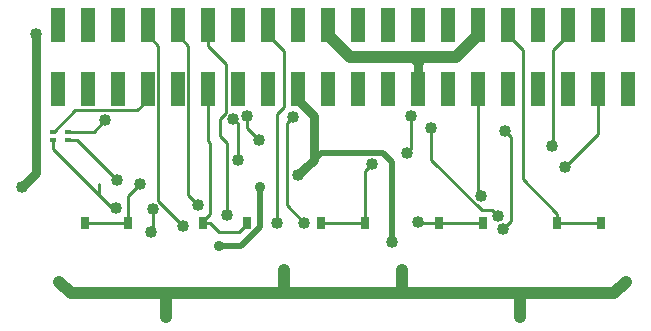
<source format=gbr>
G04 #@! TF.GenerationSoftware,KiCad,Pcbnew,(5.0.2)-1*
G04 #@! TF.CreationDate,2019-07-28T23:35:27-04:00*
G04 #@! TF.ProjectId,AD3D Cloud Connect Board,41443344-2043-46c6-9f75-6420436f6e6e,rev?*
G04 #@! TF.SameCoordinates,Original*
G04 #@! TF.FileFunction,Copper,L1,Top*
G04 #@! TF.FilePolarity,Positive*
%FSLAX46Y46*%
G04 Gerber Fmt 4.6, Leading zero omitted, Abs format (unit mm)*
G04 Created by KiCad (PCBNEW (5.0.2)-1) date 7/28/2019 11:35:27 PM*
%MOMM*%
%LPD*%
G01*
G04 APERTURE LIST*
G04 #@! TA.AperFunction,SMDPad,CuDef*
%ADD10R,1.270000X3.000000*%
G04 #@! TD*
G04 #@! TA.AperFunction,SMDPad,CuDef*
%ADD11R,0.700000X1.000000*%
G04 #@! TD*
G04 #@! TA.AperFunction,SMDPad,CuDef*
%ADD12R,0.500000X0.400000*%
G04 #@! TD*
G04 #@! TA.AperFunction,ViaPad*
%ADD13C,1.016000*%
G04 #@! TD*
G04 #@! TA.AperFunction,ViaPad*
%ADD14C,0.900000*%
G04 #@! TD*
G04 #@! TA.AperFunction,Conductor*
%ADD15C,0.508000*%
G04 #@! TD*
G04 #@! TA.AperFunction,Conductor*
%ADD16C,0.762000*%
G04 #@! TD*
G04 #@! TA.AperFunction,Conductor*
%ADD17C,1.016000*%
G04 #@! TD*
G04 #@! TA.AperFunction,Conductor*
%ADD18C,0.254000*%
G04 #@! TD*
G04 APERTURE END LIST*
D10*
G04 #@! TO.P,J1,2*
G04 #@! TO.N,+5V*
X208370000Y-117270000D03*
G04 #@! TO.P,J1,1*
G04 #@! TO.N,+3V3*
X208370000Y-122730000D03*
G04 #@! TO.P,J1,4*
G04 #@! TO.N,+5V*
X210910000Y-117270000D03*
G04 #@! TO.P,J1,3*
G04 #@! TO.N,/GPIO2(SDA1)*
X210910000Y-122730000D03*
G04 #@! TO.P,J1,6*
G04 #@! TO.N,GND*
X213450000Y-117270000D03*
G04 #@! TO.P,J1,5*
G04 #@! TO.N,/GPIO3(SCL1)*
X213450000Y-122730000D03*
G04 #@! TO.P,J1,8*
G04 #@! TO.N,/GPIO14(TXD0)*
X215990000Y-117270000D03*
G04 #@! TO.P,J1,7*
G04 #@! TO.N,/GPIO4(GCLK)*
X215990000Y-122730000D03*
G04 #@! TO.P,J1,10*
G04 #@! TO.N,/GPIO15(RXD0)*
X218530000Y-117270000D03*
G04 #@! TO.P,J1,9*
G04 #@! TO.N,GND*
X218530000Y-122730000D03*
G04 #@! TO.P,J1,12*
G04 #@! TO.N,/GPIO18(GEN1)(PWM0)*
X221070000Y-117270000D03*
G04 #@! TO.P,J1,11*
G04 #@! TO.N,/GPIO17(GEN0)*
X221070000Y-122730000D03*
G04 #@! TO.P,J1,14*
G04 #@! TO.N,GND*
X223610000Y-117270000D03*
G04 #@! TO.P,J1,13*
G04 #@! TO.N,/GPIO27(GEN2)*
X223610000Y-122730000D03*
G04 #@! TO.P,J1,16*
G04 #@! TO.N,/GPIO23(GEN4)*
X226150000Y-117270000D03*
G04 #@! TO.P,J1,15*
G04 #@! TO.N,/GPIO22(GEN3)*
X226150000Y-122730000D03*
G04 #@! TO.P,J1,18*
G04 #@! TO.N,/GPIO24(GEN5)*
X228690000Y-117270000D03*
G04 #@! TO.P,J1,17*
G04 #@! TO.N,+3V3*
X228690000Y-122730000D03*
G04 #@! TO.P,J1,20*
G04 #@! TO.N,GND*
X231230000Y-117270000D03*
G04 #@! TO.P,J1,19*
G04 #@! TO.N,/GPIO10(SPI0_MOSI)*
X231230000Y-122730000D03*
G04 #@! TO.P,J1,22*
G04 #@! TO.N,/GPIO25(GEN6)*
X233770000Y-117270000D03*
G04 #@! TO.P,J1,21*
G04 #@! TO.N,/GPIO9(SPI0_MISO)*
X233770000Y-122730000D03*
G04 #@! TO.P,J1,24*
G04 #@! TO.N,/GPIO8(SPI0_CE_N)*
X236310000Y-117270000D03*
G04 #@! TO.P,J1,23*
G04 #@! TO.N,/GPIO11(SPI0_SCK)*
X236310000Y-122730000D03*
G04 #@! TO.P,J1,26*
G04 #@! TO.N,/GPIO7(SPI1_CE_N)*
X238850000Y-117270000D03*
G04 #@! TO.P,J1,25*
G04 #@! TO.N,GND*
X238850000Y-122730000D03*
G04 #@! TO.P,J1,28*
G04 #@! TO.N,/ID_SC*
X241390000Y-117270000D03*
G04 #@! TO.P,J1,27*
G04 #@! TO.N,/ID_SD*
X241390000Y-122730000D03*
G04 #@! TO.P,J1,30*
G04 #@! TO.N,GND*
X243930000Y-117270000D03*
G04 #@! TO.P,J1,29*
G04 #@! TO.N,/GPIO5*
X243930000Y-122730000D03*
G04 #@! TO.P,J1,32*
G04 #@! TO.N,/GPIO12(PWM0)*
X246470000Y-117270000D03*
G04 #@! TO.P,J1,31*
G04 #@! TO.N,/GPIO6*
X246470000Y-122730000D03*
G04 #@! TO.P,J1,34*
G04 #@! TO.N,GND*
X249010000Y-117270000D03*
G04 #@! TO.P,J1,33*
G04 #@! TO.N,/GPIO13(PWM1)*
X249010000Y-122730000D03*
G04 #@! TO.P,J1,36*
G04 #@! TO.N,/GPIO16*
X251550000Y-117270000D03*
G04 #@! TO.P,J1,35*
G04 #@! TO.N,/GPIO19(SPI1_MISO)*
X251550000Y-122730000D03*
G04 #@! TO.P,J1,38*
G04 #@! TO.N,/GPIO20(SPI1_MOSI)*
X254090000Y-117270000D03*
G04 #@! TO.P,J1,37*
G04 #@! TO.N,/GPIO26*
X254090000Y-122730000D03*
G04 #@! TO.P,J1,40*
G04 #@! TO.N,/GPIO21(SPI1_SCK)*
X256630000Y-117270000D03*
G04 #@! TO.P,J1,39*
G04 #@! TO.N,GND*
X256630000Y-122730000D03*
G04 #@! TD*
D11*
G04 #@! TO.P,SW3,4*
G04 #@! TO.N,GND*
X230650000Y-140000000D03*
G04 #@! TO.P,SW3,3*
G04 #@! TO.N,/GPIO13(PWM1)*
X230650000Y-134000000D03*
G04 #@! TO.P,SW3,2*
G04 #@! TO.N,GND*
X234350000Y-140000000D03*
G04 #@! TO.P,SW3,1*
G04 #@! TO.N,/GPIO13(PWM1)*
X234350000Y-134000000D03*
G04 #@! TD*
G04 #@! TO.P,SW1,4*
G04 #@! TO.N,GND*
X210650000Y-140000000D03*
G04 #@! TO.P,SW1,3*
G04 #@! TO.N,/GPIO16*
X210650000Y-134000000D03*
G04 #@! TO.P,SW1,2*
G04 #@! TO.N,GND*
X214350000Y-140000000D03*
G04 #@! TO.P,SW1,1*
G04 #@! TO.N,/GPIO16*
X214350000Y-134000000D03*
G04 #@! TD*
G04 #@! TO.P,SW2,4*
G04 #@! TO.N,GND*
X220650000Y-140000000D03*
G04 #@! TO.P,SW2,3*
G04 #@! TO.N,/GPIO17(GEN0)*
X220650000Y-134000000D03*
G04 #@! TO.P,SW2,2*
G04 #@! TO.N,GND*
X224350000Y-140000000D03*
G04 #@! TO.P,SW2,1*
G04 #@! TO.N,/GPIO17(GEN0)*
X224350000Y-134000000D03*
G04 #@! TD*
G04 #@! TO.P,SW4,4*
G04 #@! TO.N,GND*
X240650000Y-140000000D03*
G04 #@! TO.P,SW4,3*
G04 #@! TO.N,/GPIO18(GEN1)(PWM0)*
X240650000Y-134000000D03*
G04 #@! TO.P,SW4,2*
G04 #@! TO.N,GND*
X244350000Y-140000000D03*
G04 #@! TO.P,SW4,1*
G04 #@! TO.N,/GPIO18(GEN1)(PWM0)*
X244350000Y-134000000D03*
G04 #@! TD*
G04 #@! TO.P,SW5,4*
G04 #@! TO.N,GND*
X250650000Y-140000000D03*
G04 #@! TO.P,SW5,3*
G04 #@! TO.N,/GPIO12(PWM0)*
X250650000Y-134000000D03*
G04 #@! TO.P,SW5,2*
G04 #@! TO.N,GND*
X254350000Y-140000000D03*
G04 #@! TO.P,SW5,1*
G04 #@! TO.N,/GPIO12(PWM0)*
X254350000Y-134000000D03*
G04 #@! TD*
D12*
G04 #@! TO.P,D1,1*
G04 #@! TO.N,Net-(D1-Pad1)*
X209200000Y-127000000D03*
G04 #@! TO.P,D1,2*
G04 #@! TO.N,/GPIO5*
X208000000Y-127000000D03*
G04 #@! TO.P,D1,3*
G04 #@! TO.N,Net-(D1-Pad3)*
X209200000Y-126300000D03*
G04 #@! TO.P,D1,4*
G04 #@! TO.N,/GPIO4(GCLK)*
X208000000Y-126300000D03*
G04 #@! TD*
D13*
G04 #@! TO.N,+3V3*
X236699992Y-135600000D03*
X228690000Y-122730000D03*
X228750000Y-130000000D03*
X208370000Y-122730000D03*
D14*
X222000000Y-136000000D03*
X225500000Y-131000000D03*
D13*
G04 #@! TO.N,+5V*
X210910000Y-117270000D03*
X208370000Y-117270000D03*
X206500000Y-118000000D03*
X205300000Y-131000002D03*
G04 #@! TO.N,GND*
X218500000Y-122730000D03*
X213450000Y-117270000D03*
X243930000Y-117270000D03*
X249010000Y-117270000D03*
X256630000Y-122730000D03*
X238850000Y-122730000D03*
X208500000Y-139000000D03*
X217500000Y-142000000D03*
X227500000Y-138000000D03*
X237500000Y-138000000D03*
X247500000Y-142000000D03*
X256500000Y-139000000D03*
X223610000Y-117270000D03*
X231230000Y-117270000D03*
G04 #@! TO.N,/ID_SD*
X241390000Y-122723180D03*
G04 #@! TO.N,/ID_SC*
X241390000Y-117270000D03*
G04 #@! TO.N,/GPIO5*
X243930000Y-122730000D03*
X244165311Y-131722079D03*
X213300000Y-132799998D03*
G04 #@! TO.N,/GPIO6*
X246470000Y-122730000D03*
G04 #@! TO.N,/GPIO26*
X254090000Y-122730000D03*
X251300000Y-129300000D03*
G04 #@! TO.N,/GPIO2(SDA1)*
X210910000Y-122730000D03*
X246250000Y-126250000D03*
X223600000Y-128700000D03*
X223239461Y-125246010D03*
X246100000Y-134500000D03*
G04 #@! TO.N,/GPIO3(SCL1)*
X213450000Y-122730000D03*
X240000000Y-125976000D03*
X225400000Y-127000000D03*
X224371166Y-124989917D03*
X245674462Y-133439154D03*
G04 #@! TO.N,/GPIO4(GCLK)*
X215990000Y-122730000D03*
G04 #@! TO.N,/GPIO14(TXD0)*
X215990000Y-117270000D03*
X219000000Y-134249992D03*
G04 #@! TO.N,/GPIO15(RXD0)*
X218530000Y-117270000D03*
X216450000Y-132849996D03*
X216255046Y-134824012D03*
X220270908Y-132524023D03*
G04 #@! TO.N,/GPIO17(GEN0)*
X221070000Y-122730000D03*
G04 #@! TO.N,/GPIO27(GEN2)*
X223610000Y-122730000D03*
G04 #@! TO.N,/GPIO22(GEN3)*
X226150000Y-122730000D03*
G04 #@! TO.N,/GPIO23(GEN4)*
X226150000Y-117270000D03*
X226899994Y-134000000D03*
G04 #@! TO.N,/GPIO24(GEN5)*
X228714580Y-117294580D03*
G04 #@! TO.N,/GPIO25(GEN6)*
X233770000Y-117270000D03*
X229250000Y-134000000D03*
X228300000Y-125100000D03*
G04 #@! TO.N,/GPIO18(GEN1)(PWM0)*
X221070000Y-117270000D03*
X238900000Y-133950000D03*
X222659022Y-133356980D03*
G04 #@! TO.N,/GPIO10(SPI0_MOSI)*
X231230000Y-122730000D03*
G04 #@! TO.N,/GPIO9(SPI0_MISO)*
X233770000Y-122730000D03*
G04 #@! TO.N,/GPIO11(SPI0_SCK)*
X236310000Y-122730000D03*
G04 #@! TO.N,/GPIO8(SPI0_CE_N)*
X236310000Y-117270000D03*
G04 #@! TO.N,/GPIO7(SPI1_CE_N)*
X238850000Y-117270000D03*
G04 #@! TO.N,/GPIO12(PWM0)*
X246470000Y-117270000D03*
G04 #@! TO.N,/GPIO13(PWM1)*
X249010000Y-122730000D03*
X238300000Y-125000000D03*
X235000000Y-129000000D03*
X237900000Y-128100000D03*
G04 #@! TO.N,/GPIO19(SPI1_MISO)*
X251550000Y-122730000D03*
G04 #@! TO.N,/GPIO16*
X251550000Y-117270000D03*
X250250000Y-127499990D03*
X215350000Y-130750002D03*
G04 #@! TO.N,/GPIO20(SPI1_MOSI)*
X254090000Y-117270000D03*
G04 #@! TO.N,/GPIO21(SPI1_SCK)*
X256630000Y-117270000D03*
G04 #@! TO.N,Net-(D1-Pad1)*
X213400000Y-130400000D03*
G04 #@! TO.N,Net-(D1-Pad3)*
X212375076Y-125324924D03*
G04 #@! TD*
D15*
G04 #@! TO.N,+3V3*
X230639001Y-128110999D02*
X228750000Y-130000000D01*
X235910999Y-128110999D02*
X230639001Y-128110999D01*
X236699992Y-135600000D02*
X236699992Y-128899992D01*
X236699992Y-128899992D02*
X235910999Y-128110999D01*
D16*
X230087000Y-128663000D02*
X229257999Y-129492001D01*
X228690000Y-123595000D02*
X230087000Y-124992000D01*
X230087000Y-124992000D02*
X230087000Y-128663000D01*
X229257999Y-129492001D02*
X228750000Y-130000000D01*
X228690000Y-122730000D02*
X228690000Y-123595000D01*
D15*
X225500000Y-134385802D02*
X225500000Y-131000000D01*
X222000000Y-136000000D02*
X223885802Y-136000000D01*
X223885802Y-136000000D02*
X225500000Y-134385802D01*
D16*
G04 #@! TO.N,+5V*
X206500000Y-118000000D02*
X206500000Y-129800002D01*
X206500000Y-129800002D02*
X205807999Y-130492003D01*
X205807999Y-130492003D02*
X205300000Y-131000002D01*
D17*
G04 #@! TO.N,GND*
X210650000Y-140000000D02*
X209500000Y-140000000D01*
X209500000Y-140000000D02*
X208500000Y-139000000D01*
X217500000Y-140000000D02*
X217500000Y-142000000D01*
X210650000Y-140000000D02*
X217500000Y-140000000D01*
X227500000Y-140000000D02*
X227500000Y-138000000D01*
X217500000Y-140000000D02*
X227500000Y-140000000D01*
X237500000Y-140000000D02*
X237500000Y-138000000D01*
X227500000Y-140000000D02*
X237500000Y-140000000D01*
X247500000Y-140000000D02*
X247500000Y-142000000D01*
X247500000Y-140000000D02*
X254350000Y-140000000D01*
X237500000Y-140000000D02*
X247500000Y-140000000D01*
X254350000Y-140000000D02*
X255500000Y-140000000D01*
X255500000Y-140000000D02*
X256500000Y-139000000D01*
D15*
X243930000Y-118135000D02*
X243930000Y-117270000D01*
X231230000Y-117270000D02*
X231230000Y-118135000D01*
D17*
X242065000Y-120000000D02*
X243930000Y-118135000D01*
X231230000Y-118135000D02*
X233095000Y-120000000D01*
D16*
X238500000Y-120118000D02*
X238500000Y-120000000D01*
X238850000Y-120468000D02*
X238500000Y-120118000D01*
D17*
X233095000Y-120000000D02*
X238500000Y-120000000D01*
D16*
X239318000Y-120000000D02*
X239500000Y-120000000D01*
X238850000Y-120468000D02*
X239318000Y-120000000D01*
X238850000Y-122730000D02*
X238850000Y-120468000D01*
D17*
X238500000Y-120000000D02*
X239500000Y-120000000D01*
X239500000Y-120000000D02*
X242065000Y-120000000D01*
D18*
G04 #@! TO.N,/GPIO5*
X243930000Y-122730000D02*
X243930000Y-131486768D01*
X243930000Y-131486768D02*
X244165311Y-131722079D01*
X211850004Y-131650004D02*
X212692001Y-132492001D01*
X211834000Y-130733996D02*
X211850004Y-130750000D01*
X208000000Y-127000000D02*
X208000000Y-127800000D01*
X211850004Y-130750000D02*
X211850004Y-131650004D01*
X212692001Y-132492001D02*
X212999998Y-132799998D01*
X212999998Y-132799998D02*
X213300000Y-132799998D01*
X208000000Y-127800000D02*
X212692001Y-132492001D01*
G04 #@! TO.N,/GPIO26*
X254090000Y-126510000D02*
X251807999Y-128792001D01*
X251807999Y-128792001D02*
X251300000Y-129300000D01*
X254090000Y-122730000D02*
X254090000Y-126510000D01*
G04 #@! TO.N,/GPIO2(SDA1)*
X223600000Y-125606549D02*
X223239461Y-125246010D01*
X223600000Y-128700000D02*
X223600000Y-125606549D01*
X246607999Y-133992001D02*
X246100000Y-134500000D01*
X246757999Y-133842001D02*
X246607999Y-133992001D01*
X246757999Y-126757999D02*
X246757999Y-133842001D01*
X246250000Y-126250000D02*
X246757999Y-126757999D01*
G04 #@! TO.N,/GPIO3(SCL1)*
X224371166Y-125708337D02*
X224371166Y-124989917D01*
X225400000Y-127000000D02*
X224371166Y-125971166D01*
X224371166Y-125971166D02*
X224371166Y-125708337D01*
X245166463Y-132931155D02*
X245674462Y-133439154D01*
X244264694Y-132931155D02*
X245166463Y-132931155D01*
X240000000Y-125976000D02*
X240000000Y-128666461D01*
X240000000Y-128666461D02*
X244264694Y-132931155D01*
G04 #@! TO.N,/GPIO4(GCLK)*
X215990000Y-122730000D02*
X215990000Y-123595000D01*
X208050000Y-126300000D02*
X208000000Y-126300000D01*
X209866000Y-124484000D02*
X208050000Y-126300000D01*
X215101000Y-124484000D02*
X209866000Y-124484000D01*
X215990000Y-123595000D02*
X215101000Y-124484000D01*
G04 #@! TO.N,/GPIO14(TXD0)*
X216879000Y-119024000D02*
X216879000Y-132128992D01*
X215990000Y-118135000D02*
X216879000Y-119024000D01*
X216879000Y-132128992D02*
X218492001Y-133741993D01*
X218492001Y-133741993D02*
X219000000Y-134249992D01*
X215990000Y-117270000D02*
X215990000Y-118135000D01*
G04 #@! TO.N,/GPIO15(RXD0)*
X216450000Y-134629058D02*
X216255046Y-134824012D01*
X216450000Y-132849996D02*
X216450000Y-134629058D01*
X218530000Y-118135000D02*
X219419000Y-119024000D01*
X219419000Y-131672115D02*
X219762909Y-132016024D01*
X219762909Y-132016024D02*
X220270908Y-132524023D01*
X218530000Y-117270000D02*
X218530000Y-118135000D01*
X219419000Y-119024000D02*
X219419000Y-131672115D01*
G04 #@! TO.N,/GPIO17(GEN0)*
X221254000Y-134000000D02*
X220650000Y-134000000D01*
X223746000Y-134754000D02*
X222008000Y-134754000D01*
X222008000Y-134754000D02*
X221254000Y-134000000D01*
X224350000Y-134150000D02*
X223746000Y-134754000D01*
X224350000Y-134000000D02*
X224350000Y-134150000D01*
X221262001Y-127262001D02*
X221070000Y-127070000D01*
X220650000Y-134000000D02*
X220650000Y-133850000D01*
X220650000Y-133850000D02*
X221262001Y-133237999D01*
X221070000Y-124484000D02*
X221070000Y-122730000D01*
X221070000Y-127070000D02*
X221070000Y-124484000D01*
X221262001Y-133237999D02*
X221262001Y-127262001D01*
G04 #@! TO.N,/GPIO23(GEN4)*
X226899994Y-133281580D02*
X226899994Y-134000000D01*
X226899994Y-124800006D02*
X226899994Y-133281580D01*
X227500000Y-124200000D02*
X226899994Y-124800006D01*
X227500000Y-119485000D02*
X227500000Y-124200000D01*
X226150000Y-117270000D02*
X226150000Y-118135000D01*
X226150000Y-118135000D02*
X227500000Y-119485000D01*
G04 #@! TO.N,/GPIO24(GEN5)*
X228714580Y-117294580D02*
X228690000Y-117270000D01*
G04 #@! TO.N,/GPIO25(GEN6)*
X227792001Y-132542001D02*
X227792001Y-125607999D01*
X229250000Y-134000000D02*
X227792001Y-132542001D01*
X227792001Y-125607999D02*
X228300000Y-125100000D01*
G04 #@! TO.N,/GPIO18(GEN1)(PWM0)*
X244350000Y-134000000D02*
X240650000Y-134000000D01*
X238950000Y-134000000D02*
X238900000Y-133950000D01*
X240650000Y-134000000D02*
X238950000Y-134000000D01*
X222594012Y-120548012D02*
X222594012Y-124745226D01*
X221070000Y-117270000D02*
X221070000Y-119024000D01*
X222086021Y-125253217D02*
X222086021Y-126649151D01*
X222659022Y-132638560D02*
X222659022Y-133356980D01*
X222594012Y-124745226D02*
X222086021Y-125253217D01*
X222086021Y-126649151D02*
X222659022Y-127222152D01*
X222659022Y-127222152D02*
X222659022Y-132638560D01*
X221070000Y-119024000D02*
X222594012Y-120548012D01*
G04 #@! TO.N,/GPIO12(PWM0)*
X254350000Y-134000000D02*
X250650000Y-134000000D01*
X246470000Y-118135000D02*
X246470000Y-117270000D01*
X247750000Y-119415000D02*
X246470000Y-118135000D01*
X247750000Y-130346000D02*
X247750000Y-119415000D01*
X250650000Y-134000000D02*
X250650000Y-133246000D01*
X250650000Y-133246000D02*
X247750000Y-130346000D01*
G04 #@! TO.N,/GPIO13(PWM1)*
X234350000Y-134000000D02*
X230650000Y-134000000D01*
X234350000Y-134000000D02*
X234350000Y-134150000D01*
X234350000Y-129650000D02*
X235000000Y-129000000D01*
X234350000Y-134000000D02*
X234350000Y-129650000D01*
X238300000Y-127700000D02*
X237900000Y-128100000D01*
X238300000Y-125000000D02*
X238300000Y-127700000D01*
G04 #@! TO.N,/GPIO16*
X214350000Y-134000000D02*
X210650000Y-134000000D01*
X250300000Y-127449990D02*
X250250000Y-127499990D01*
X251550000Y-117270000D02*
X251550000Y-118135000D01*
X250300000Y-119385000D02*
X250300000Y-127449990D01*
X251550000Y-118135000D02*
X250300000Y-119385000D01*
X214350000Y-134000000D02*
X214350000Y-131750002D01*
X214842001Y-131258001D02*
X215350000Y-130750002D01*
X214350000Y-131750002D02*
X214842001Y-131258001D01*
G04 #@! TO.N,Net-(D1-Pad1)*
X212892001Y-129892001D02*
X213400000Y-130400000D01*
X210000000Y-127000000D02*
X212892001Y-129892001D01*
X209200000Y-127000000D02*
X210000000Y-127000000D01*
G04 #@! TO.N,Net-(D1-Pad3)*
X211400000Y-126300000D02*
X212375076Y-125324924D01*
X209200000Y-126300000D02*
X211400000Y-126300000D01*
G04 #@! TD*
M02*

</source>
